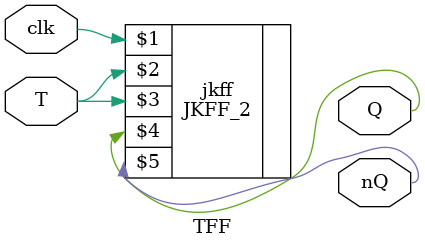
<source format=v>
`timescale 1ns / 1ps


module TFF(
    input clk, T,
    output Q, nQ
    );
    JKFF_2 jkff(clk, T, T, Q, nQ);
endmodule

</source>
